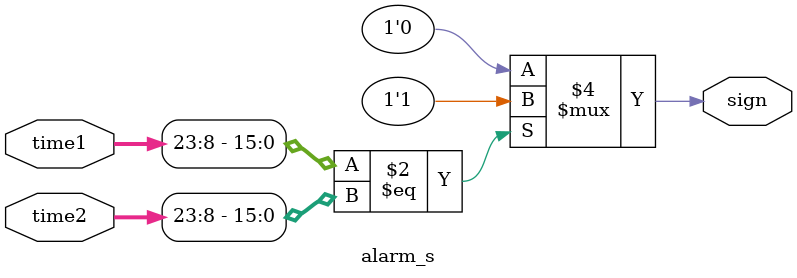
<source format=v>
module alarm_s(time1,time2,sign);
	input[23:0] time1,time2;
	output reg sign;
	always @(*)
	if(time1[23:8]==time2[23:8])
		sign = 1;
	else sign = 0;
endmodule

</source>
